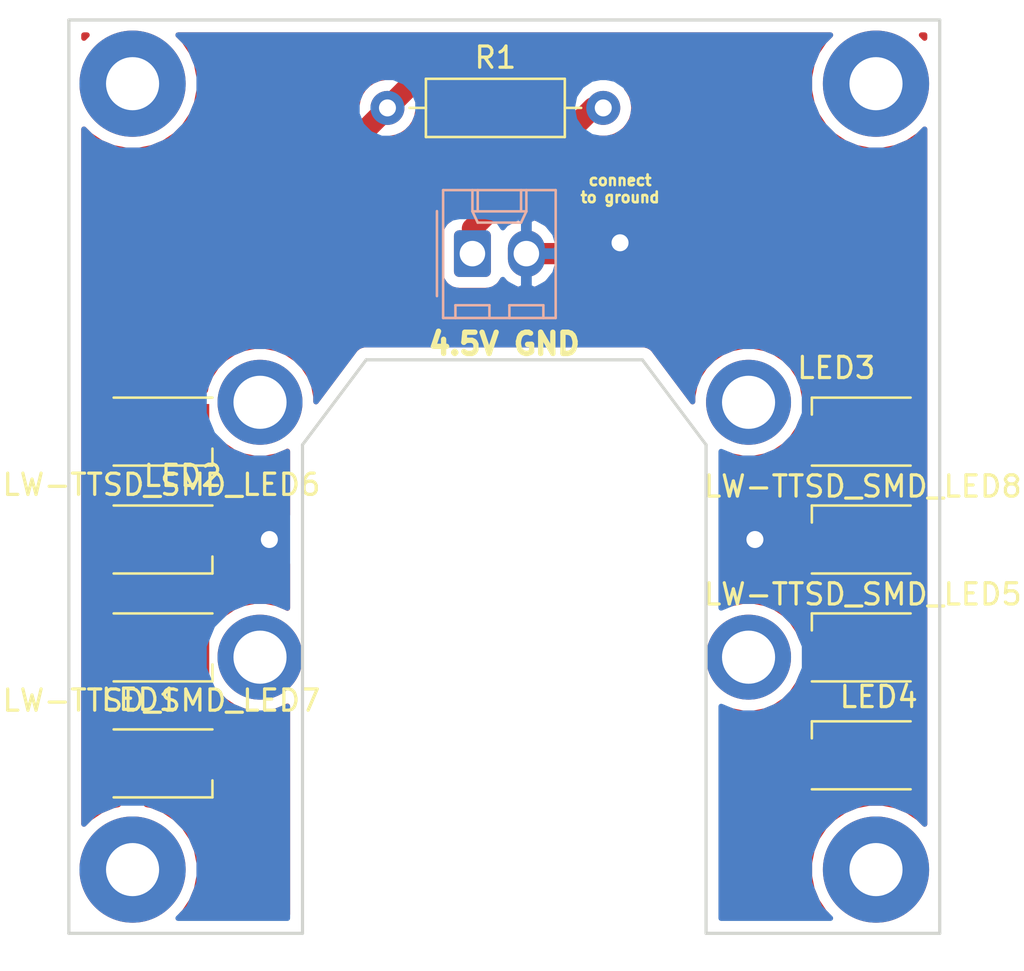
<source format=kicad_pcb>
(kicad_pcb (version 20171130) (host pcbnew "(5.1.0)-1")

  (general
    (thickness 1.6)
    (drawings 12)
    (tracks 22)
    (zones 0)
    (modules 18)
    (nets 4)
  )

  (page A4)
  (layers
    (0 F.Cu signal)
    (31 B.Cu signal)
    (32 B.Adhes user hide)
    (33 F.Adhes user hide)
    (34 B.Paste user hide)
    (35 F.Paste user hide)
    (36 B.SilkS user hide)
    (37 F.SilkS user)
    (38 B.Mask user hide)
    (39 F.Mask user hide)
    (40 Dwgs.User user hide)
    (41 Cmts.User user hide)
    (42 Eco1.User user hide)
    (43 Eco2.User user hide)
    (44 Edge.Cuts user)
    (45 Margin user hide)
    (46 B.CrtYd user hide)
    (47 F.CrtYd user hide)
    (48 B.Fab user hide)
    (49 F.Fab user hide)
  )

  (setup
    (last_trace_width 1)
    (trace_clearance 0.5)
    (zone_clearance 0.508)
    (zone_45_only no)
    (trace_min 0.2)
    (via_size 1.2)
    (via_drill 0.8)
    (via_min_size 0.4)
    (via_min_drill 0.3)
    (uvia_size 0.3)
    (uvia_drill 0.1)
    (uvias_allowed no)
    (uvia_min_size 0.2)
    (uvia_min_drill 0.1)
    (edge_width 0.15)
    (segment_width 0.2)
    (pcb_text_width 0.3)
    (pcb_text_size 1.5 1.5)
    (mod_edge_width 0.15)
    (mod_text_size 1 1)
    (mod_text_width 0.15)
    (pad_size 4 4)
    (pad_drill 2.5)
    (pad_to_mask_clearance 0.051)
    (solder_mask_min_width 0.25)
    (aux_axis_origin 0 0)
    (visible_elements 7FFFEFFF)
    (pcbplotparams
      (layerselection 0x010fc_ffffffff)
      (usegerberextensions false)
      (usegerberattributes false)
      (usegerberadvancedattributes false)
      (creategerberjobfile false)
      (excludeedgelayer true)
      (linewidth 0.100000)
      (plotframeref false)
      (viasonmask false)
      (mode 1)
      (useauxorigin false)
      (hpglpennumber 1)
      (hpglpenspeed 20)
      (hpglpendiameter 15.000000)
      (psnegative false)
      (psa4output false)
      (plotreference true)
      (plotvalue true)
      (plotinvisibletext false)
      (padsonsilk false)
      (subtractmaskfromsilk false)
      (outputformat 1)
      (mirror false)
      (drillshape 1)
      (scaleselection 1)
      (outputdirectory ""))
  )

  (net 0 "")
  (net 1 "Net-(CURRENT_LIMITER_R1-Pad2)")
  (net 2 "Net-(Conn_01x02_Male1-Pad2)")
  (net 3 "Net-(CURRENT_LIMITER_R1-Pad1)")

  (net_class Default "This is the default net class."
    (clearance 0.5)
    (trace_width 1)
    (via_dia 1.2)
    (via_drill 0.8)
    (uvia_dia 0.3)
    (uvia_drill 0.1)
    (add_net "Net-(CURRENT_LIMITER_R1-Pad1)")
    (add_net "Net-(CURRENT_LIMITER_R1-Pad2)")
    (add_net "Net-(Conn_01x02_Male1-Pad2)")
  )

  (module LED_SMD:LED_PLCC-2 (layer F.Cu) (tedit 5C9A2B5A) (tstamp 5C9BC245)
    (at 86.36 124.46 180)
    (descr "LED PLCC-2 SMD package")
    (tags "LED PLCC-2 SMD")
    (path /5C964CBB)
    (attr smd)
    (fp_text reference LED2 (at -1 3 180) (layer F.SilkS)
      (effects (font (size 1 1) (thickness 0.15)))
    )
    (fp_text value 3.2V (at 0 2.5 180) (layer F.Fab) hide
      (effects (font (size 1 1) (thickness 0.15)))
    )
    (fp_circle (center 0 0) (end 0 -1.25) (layer F.Fab) (width 0.1))
    (fp_line (start -1.7 -0.6) (end -0.8 -1.5) (layer F.Fab) (width 0.1))
    (fp_line (start 1.7 1.5) (end 1.7 -1.5) (layer F.Fab) (width 0.1))
    (fp_line (start 1.7 -1.5) (end -1.7 -1.5) (layer F.Fab) (width 0.1))
    (fp_line (start -1.7 -1.5) (end -1.7 1.5) (layer F.Fab) (width 0.1))
    (fp_line (start -1.7 1.5) (end 1.7 1.5) (layer F.Fab) (width 0.1))
    (fp_line (start -2.65 -1.85) (end 2.5 -1.85) (layer F.CrtYd) (width 0.05))
    (fp_line (start 2.5 -1.85) (end 2.5 1.85) (layer F.CrtYd) (width 0.05))
    (fp_line (start 2.5 1.85) (end -2.65 1.85) (layer F.CrtYd) (width 0.05))
    (fp_line (start -2.65 1.85) (end -2.65 -1.85) (layer F.CrtYd) (width 0.05))
    (fp_line (start 2.25 1.6) (end -2.4 1.6) (layer F.SilkS) (width 0.12))
    (fp_line (start 2.25 -1.6) (end -2.4 -1.6) (layer F.SilkS) (width 0.12))
    (fp_line (start -2.4 -1.6) (end -2.4 -0.8) (layer F.SilkS) (width 0.12))
    (fp_text user %R (at 0 0 180) (layer F.Fab)
      (effects (font (size 0.4 0.4) (thickness 0.1)))
    )
    (pad 1 smd rect (at -1.5 0 180) (size 1.5 2.6) (layers F.Cu F.Paste F.Mask)
      (net 2 "Net-(Conn_01x02_Male1-Pad2)"))
    (pad 2 smd rect (at 1.5 0 180) (size 1.5 2.6) (layers F.Cu F.Paste F.Mask)
      (net 3 "Net-(CURRENT_LIMITER_R1-Pad1)"))
    (model ${KISYS3DMOD}/LED_SMD.3dshapes/LED_PLCC-2.wrl
      (at (xyz 0 0 0))
      (scale (xyz 1 1 1))
      (rotate (xyz 0 0 0))
    )
  )

  (module LED_SMD:LED_PLCC-2 (layer F.Cu) (tedit 59959404) (tstamp 5CB00105)
    (at 86.36 119.38 180)
    (descr "LED PLCC-2 SMD package")
    (tags "LED PLCC-2 SMD")
    (path /5CA375F6)
    (attr smd)
    (fp_text reference LW-TTSD_SMD_LED6 (at 0 -2.5 180) (layer F.SilkS)
      (effects (font (size 1 1) (thickness 0.15)))
    )
    (fp_text value 3.2V (at 0 2.5 180) (layer F.Fab)
      (effects (font (size 1 1) (thickness 0.15)))
    )
    (fp_text user %R (at 0 0 180) (layer F.Fab)
      (effects (font (size 0.4 0.4) (thickness 0.1)))
    )
    (fp_line (start -2.4 -1.6) (end -2.4 -0.8) (layer F.SilkS) (width 0.12))
    (fp_line (start 2.25 -1.6) (end -2.4 -1.6) (layer F.SilkS) (width 0.12))
    (fp_line (start 2.25 1.6) (end -2.4 1.6) (layer F.SilkS) (width 0.12))
    (fp_line (start -2.65 1.85) (end -2.65 -1.85) (layer F.CrtYd) (width 0.05))
    (fp_line (start 2.5 1.85) (end -2.65 1.85) (layer F.CrtYd) (width 0.05))
    (fp_line (start 2.5 -1.85) (end 2.5 1.85) (layer F.CrtYd) (width 0.05))
    (fp_line (start -2.65 -1.85) (end 2.5 -1.85) (layer F.CrtYd) (width 0.05))
    (fp_line (start -1.7 1.5) (end 1.7 1.5) (layer F.Fab) (width 0.1))
    (fp_line (start -1.7 -1.5) (end -1.7 1.5) (layer F.Fab) (width 0.1))
    (fp_line (start 1.7 -1.5) (end -1.7 -1.5) (layer F.Fab) (width 0.1))
    (fp_line (start 1.7 1.5) (end 1.7 -1.5) (layer F.Fab) (width 0.1))
    (fp_line (start -1.7 -0.6) (end -0.8 -1.5) (layer F.Fab) (width 0.1))
    (fp_circle (center 0 0) (end 0 -1.25) (layer F.Fab) (width 0.1))
    (pad 2 smd rect (at 1.5 0 180) (size 1.5 2.6) (layers F.Cu F.Paste F.Mask)
      (net 3 "Net-(CURRENT_LIMITER_R1-Pad1)"))
    (pad 1 smd rect (at -1.5 0 180) (size 1.5 2.6) (layers F.Cu F.Paste F.Mask)
      (net 2 "Net-(Conn_01x02_Male1-Pad2)"))
    (model ${KISYS3DMOD}/LED_SMD.3dshapes/LED_PLCC-2.wrl
      (at (xyz 0 0 0))
      (scale (xyz 1 1 1))
      (rotate (xyz 0 0 0))
    )
  )

  (module LED_SMD:LED_PLCC-2 (layer F.Cu) (tedit 59959404) (tstamp 5CB0012D)
    (at 119.38 124.46)
    (descr "LED PLCC-2 SMD package")
    (tags "LED PLCC-2 SMD")
    (path /5CA37664)
    (attr smd)
    (fp_text reference LW-TTSD_SMD_LED8 (at 0 -2.5) (layer F.SilkS)
      (effects (font (size 1 1) (thickness 0.15)))
    )
    (fp_text value 3.2V (at 0 2.5) (layer F.Fab)
      (effects (font (size 1 1) (thickness 0.15)))
    )
    (fp_circle (center 0 0) (end 0 -1.25) (layer F.Fab) (width 0.1))
    (fp_line (start -1.7 -0.6) (end -0.8 -1.5) (layer F.Fab) (width 0.1))
    (fp_line (start 1.7 1.5) (end 1.7 -1.5) (layer F.Fab) (width 0.1))
    (fp_line (start 1.7 -1.5) (end -1.7 -1.5) (layer F.Fab) (width 0.1))
    (fp_line (start -1.7 -1.5) (end -1.7 1.5) (layer F.Fab) (width 0.1))
    (fp_line (start -1.7 1.5) (end 1.7 1.5) (layer F.Fab) (width 0.1))
    (fp_line (start -2.65 -1.85) (end 2.5 -1.85) (layer F.CrtYd) (width 0.05))
    (fp_line (start 2.5 -1.85) (end 2.5 1.85) (layer F.CrtYd) (width 0.05))
    (fp_line (start 2.5 1.85) (end -2.65 1.85) (layer F.CrtYd) (width 0.05))
    (fp_line (start -2.65 1.85) (end -2.65 -1.85) (layer F.CrtYd) (width 0.05))
    (fp_line (start 2.25 1.6) (end -2.4 1.6) (layer F.SilkS) (width 0.12))
    (fp_line (start 2.25 -1.6) (end -2.4 -1.6) (layer F.SilkS) (width 0.12))
    (fp_line (start -2.4 -1.6) (end -2.4 -0.8) (layer F.SilkS) (width 0.12))
    (fp_text user %R (at 0 0) (layer F.Fab)
      (effects (font (size 0.4 0.4) (thickness 0.1)))
    )
    (pad 1 smd rect (at -1.5 0) (size 1.5 2.6) (layers F.Cu F.Paste F.Mask)
      (net 2 "Net-(Conn_01x02_Male1-Pad2)"))
    (pad 2 smd rect (at 1.5 0) (size 1.5 2.6) (layers F.Cu F.Paste F.Mask)
      (net 3 "Net-(CURRENT_LIMITER_R1-Pad1)"))
    (model ${KISYS3DMOD}/LED_SMD.3dshapes/LED_PLCC-2.wrl
      (at (xyz 0 0 0))
      (scale (xyz 1 1 1))
      (rotate (xyz 0 0 0))
    )
  )

  (module Resistor_THT:R_Axial_DIN0207_L6.3mm_D2.5mm_P10.16mm_Horizontal (layer F.Cu) (tedit 5C9A2A68) (tstamp 5C9A1AA4)
    (at 97 104.14)
    (descr "Resistor, Axial_DIN0207 series, Axial, Horizontal, pin pitch=10.16mm, 0.25W = 1/4W, length*diameter=6.3*2.5mm^2, http://cdn-reichelt.de/documents/datenblatt/B400/1_4W%23YAG.pdf")
    (tags "Resistor Axial_DIN0207 series Axial Horizontal pin pitch 10.16mm 0.25W = 1/4W length 6.3mm diameter 2.5mm")
    (path /5C97F861)
    (fp_text reference R1 (at 5.08 -2.37) (layer F.SilkS)
      (effects (font (size 1 1) (thickness 0.15)))
    )
    (fp_text value 16 (at 5.08 2.37) (layer F.Fab)
      (effects (font (size 1 1) (thickness 0.15)))
    )
    (fp_line (start 1.93 -1.25) (end 1.93 1.25) (layer F.Fab) (width 0.1))
    (fp_line (start 1.93 1.25) (end 8.23 1.25) (layer F.Fab) (width 0.1))
    (fp_line (start 8.23 1.25) (end 8.23 -1.25) (layer F.Fab) (width 0.1))
    (fp_line (start 8.23 -1.25) (end 1.93 -1.25) (layer F.Fab) (width 0.1))
    (fp_line (start 0 0) (end 1.93 0) (layer F.Fab) (width 0.1))
    (fp_line (start 10.16 0) (end 8.23 0) (layer F.Fab) (width 0.1))
    (fp_line (start 1.81 -1.37) (end 1.81 1.37) (layer F.SilkS) (width 0.12))
    (fp_line (start 1.81 1.37) (end 8.35 1.37) (layer F.SilkS) (width 0.12))
    (fp_line (start 8.35 1.37) (end 8.35 -1.37) (layer F.SilkS) (width 0.12))
    (fp_line (start 8.35 -1.37) (end 1.81 -1.37) (layer F.SilkS) (width 0.12))
    (fp_line (start 1.04 0) (end 1.81 0) (layer F.SilkS) (width 0.12))
    (fp_line (start 9.12 0) (end 8.35 0) (layer F.SilkS) (width 0.12))
    (fp_line (start -1.05 -1.5) (end -1.05 1.5) (layer F.CrtYd) (width 0.05))
    (fp_line (start -1.05 1.5) (end 11.21 1.5) (layer F.CrtYd) (width 0.05))
    (fp_line (start 11.21 1.5) (end 11.21 -1.5) (layer F.CrtYd) (width 0.05))
    (fp_line (start 11.21 -1.5) (end -1.05 -1.5) (layer F.CrtYd) (width 0.05))
    (fp_text user %R (at 5.08 0) (layer F.Fab)
      (effects (font (size 1 1) (thickness 0.15)))
    )
    (pad 1 thru_hole circle (at 0 0) (size 1.6 1.6) (drill 0.8) (layers *.Cu *.Mask)
      (net 3 "Net-(CURRENT_LIMITER_R1-Pad1)"))
    (pad 2 thru_hole oval (at 10.16 0) (size 1.6 1.6) (drill 0.8) (layers *.Cu *.Mask)
      (net 1 "Net-(CURRENT_LIMITER_R1-Pad2)"))
    (model ${KISYS3DMOD}/Resistor_THT.3dshapes/R_Axial_DIN0207_L6.3mm_D2.5mm_P10.16mm_Horizontal.wrl
      (at (xyz 0 0 0))
      (scale (xyz 1 1 1))
      (rotate (xyz 0 0 0))
    )
  )

  (module LED_SMD:LED_PLCC-2 (layer F.Cu) (tedit 5C9A2B8E) (tstamp 5C9A1ACC)
    (at 119.38 119.38)
    (descr "LED PLCC-2 SMD package")
    (tags "LED PLCC-2 SMD")
    (path /5C97F03B)
    (attr smd)
    (fp_text reference LED3 (at -1.25 -3) (layer F.SilkS)
      (effects (font (size 1 1) (thickness 0.15)))
    )
    (fp_text value 3.2V (at 0 2.5) (layer F.Fab) hide
      (effects (font (size 1 1) (thickness 0.15)))
    )
    (fp_text user %R (at 0 0) (layer F.Fab)
      (effects (font (size 0.4 0.4) (thickness 0.1)))
    )
    (fp_line (start -2.4 -1.6) (end -2.4 -0.8) (layer F.SilkS) (width 0.12))
    (fp_line (start 2.25 -1.6) (end -2.4 -1.6) (layer F.SilkS) (width 0.12))
    (fp_line (start 2.25 1.6) (end -2.4 1.6) (layer F.SilkS) (width 0.12))
    (fp_line (start -2.65 1.85) (end -2.65 -1.85) (layer F.CrtYd) (width 0.05))
    (fp_line (start 2.5 1.85) (end -2.65 1.85) (layer F.CrtYd) (width 0.05))
    (fp_line (start 2.5 -1.85) (end 2.5 1.85) (layer F.CrtYd) (width 0.05))
    (fp_line (start -2.65 -1.85) (end 2.5 -1.85) (layer F.CrtYd) (width 0.05))
    (fp_line (start -1.7 1.5) (end 1.7 1.5) (layer F.Fab) (width 0.1))
    (fp_line (start -1.7 -1.5) (end -1.7 1.5) (layer F.Fab) (width 0.1))
    (fp_line (start 1.7 -1.5) (end -1.7 -1.5) (layer F.Fab) (width 0.1))
    (fp_line (start 1.7 1.5) (end 1.7 -1.5) (layer F.Fab) (width 0.1))
    (fp_line (start -1.7 -0.6) (end -0.8 -1.5) (layer F.Fab) (width 0.1))
    (fp_circle (center 0 0) (end 0 -1.25) (layer F.Fab) (width 0.1))
    (pad 2 smd rect (at 1.5 0) (size 1.5 2.6) (layers F.Cu F.Paste F.Mask)
      (net 3 "Net-(CURRENT_LIMITER_R1-Pad1)"))
    (pad 1 smd rect (at -1.5 0) (size 1.5 2.6) (layers F.Cu F.Paste F.Mask)
      (net 2 "Net-(Conn_01x02_Male1-Pad2)"))
    (model ${KISYS3DMOD}/LED_SMD.3dshapes/LED_PLCC-2.wrl
      (at (xyz 0 0 0))
      (scale (xyz 1 1 1))
      (rotate (xyz 0 0 0))
    )
  )

  (module LED_SMD:LED_PLCC-2 (layer F.Cu) (tedit 5C9A2B68) (tstamp 5C9A1AE0)
    (at 86.36 135 180)
    (descr "LED PLCC-2 SMD package")
    (tags "LED PLCC-2 SMD")
    (path /5C97F075)
    (attr smd)
    (fp_text reference LED1 (at 1 3 180) (layer F.SilkS)
      (effects (font (size 1 1) (thickness 0.15)))
    )
    (fp_text value 3.2V (at 0 2.5 180) (layer F.Fab) hide
      (effects (font (size 1 1) (thickness 0.15)))
    )
    (fp_circle (center 0 0) (end 0 -1.25) (layer F.Fab) (width 0.1))
    (fp_line (start -1.7 -0.6) (end -0.8 -1.5) (layer F.Fab) (width 0.1))
    (fp_line (start 1.7 1.5) (end 1.7 -1.5) (layer F.Fab) (width 0.1))
    (fp_line (start 1.7 -1.5) (end -1.7 -1.5) (layer F.Fab) (width 0.1))
    (fp_line (start -1.7 -1.5) (end -1.7 1.5) (layer F.Fab) (width 0.1))
    (fp_line (start -1.7 1.5) (end 1.7 1.5) (layer F.Fab) (width 0.1))
    (fp_line (start -2.65 -1.85) (end 2.5 -1.85) (layer F.CrtYd) (width 0.05))
    (fp_line (start 2.5 -1.85) (end 2.5 1.85) (layer F.CrtYd) (width 0.05))
    (fp_line (start 2.5 1.85) (end -2.65 1.85) (layer F.CrtYd) (width 0.05))
    (fp_line (start -2.65 1.85) (end -2.65 -1.85) (layer F.CrtYd) (width 0.05))
    (fp_line (start 2.25 1.6) (end -2.4 1.6) (layer F.SilkS) (width 0.12))
    (fp_line (start 2.25 -1.6) (end -2.4 -1.6) (layer F.SilkS) (width 0.12))
    (fp_line (start -2.4 -1.6) (end -2.4 -0.8) (layer F.SilkS) (width 0.12))
    (fp_text user %R (at 0 0 180) (layer F.Fab)
      (effects (font (size 0.4 0.4) (thickness 0.1)))
    )
    (pad 1 smd rect (at -1.5 0 180) (size 1.5 2.6) (layers F.Cu F.Paste F.Mask)
      (net 2 "Net-(Conn_01x02_Male1-Pad2)"))
    (pad 2 smd rect (at 1.5 0 180) (size 1.5 2.6) (layers F.Cu F.Paste F.Mask)
      (net 3 "Net-(CURRENT_LIMITER_R1-Pad1)"))
    (model ${KISYS3DMOD}/LED_SMD.3dshapes/LED_PLCC-2.wrl
      (at (xyz 0 0 0))
      (scale (xyz 1 1 1))
      (rotate (xyz 0 0 0))
    )
  )

  (module Connector_Molex:Molex_KK-254_AE-6410-02A_1x02_P2.54mm_Vertical (layer B.Cu) (tedit 5C9A2A92) (tstamp 5C9A1A8D)
    (at 101 111)
    (descr "Molex KK-254 Interconnect System, old/engineering part number: AE-6410-02A example for new part number: 22-27-2021, 2 Pins (http://www.molex.com/pdm_docs/sd/022272021_sd.pdf), generated with kicad-footprint-generator")
    (tags "connector Molex KK-254 side entry")
    (path /5C98C2BF)
    (fp_text reference "" (at 1.27 4.12) (layer B.SilkS) hide
      (effects (font (size 1 1) (thickness 0.15)) (justify mirror))
    )
    (fp_text value "2mm pitch" (at 1.27 -4.08) (layer B.Fab) hide
      (effects (font (size 1 1) (thickness 0.15)) (justify mirror))
    )
    (fp_line (start -1.27 2.92) (end -1.27 -2.88) (layer B.Fab) (width 0.1))
    (fp_line (start -1.27 -2.88) (end 3.81 -2.88) (layer B.Fab) (width 0.1))
    (fp_line (start 3.81 -2.88) (end 3.81 2.92) (layer B.Fab) (width 0.1))
    (fp_line (start 3.81 2.92) (end -1.27 2.92) (layer B.Fab) (width 0.1))
    (fp_line (start -1.38 3.03) (end -1.38 -2.99) (layer B.SilkS) (width 0.12))
    (fp_line (start -1.38 -2.99) (end 3.92 -2.99) (layer B.SilkS) (width 0.12))
    (fp_line (start 3.92 -2.99) (end 3.92 3.03) (layer B.SilkS) (width 0.12))
    (fp_line (start 3.92 3.03) (end -1.38 3.03) (layer B.SilkS) (width 0.12))
    (fp_line (start -1.67 2) (end -1.67 -2) (layer B.SilkS) (width 0.12))
    (fp_line (start -1.27 0.5) (end -0.562893 0) (layer B.Fab) (width 0.1))
    (fp_line (start -0.562893 0) (end -1.27 -0.5) (layer B.Fab) (width 0.1))
    (fp_line (start 0 -2.99) (end 0 -1.99) (layer B.SilkS) (width 0.12))
    (fp_line (start 0 -1.99) (end 2.54 -1.99) (layer B.SilkS) (width 0.12))
    (fp_line (start 2.54 -1.99) (end 2.54 -2.99) (layer B.SilkS) (width 0.12))
    (fp_line (start 0 -1.99) (end 0.25 -1.46) (layer B.SilkS) (width 0.12))
    (fp_line (start 0.25 -1.46) (end 2.29 -1.46) (layer B.SilkS) (width 0.12))
    (fp_line (start 2.29 -1.46) (end 2.54 -1.99) (layer B.SilkS) (width 0.12))
    (fp_line (start 0.25 -2.99) (end 0.25 -1.99) (layer B.SilkS) (width 0.12))
    (fp_line (start 2.29 -2.99) (end 2.29 -1.99) (layer B.SilkS) (width 0.12))
    (fp_line (start -0.8 3.03) (end -0.8 2.43) (layer B.SilkS) (width 0.12))
    (fp_line (start -0.8 2.43) (end 0.8 2.43) (layer B.SilkS) (width 0.12))
    (fp_line (start 0.8 2.43) (end 0.8 3.03) (layer B.SilkS) (width 0.12))
    (fp_line (start 1.74 3.03) (end 1.74 2.43) (layer B.SilkS) (width 0.12))
    (fp_line (start 1.74 2.43) (end 3.34 2.43) (layer B.SilkS) (width 0.12))
    (fp_line (start 3.34 2.43) (end 3.34 3.03) (layer B.SilkS) (width 0.12))
    (fp_line (start -1.77 3.42) (end -1.77 -3.38) (layer B.CrtYd) (width 0.05))
    (fp_line (start -1.77 -3.38) (end 4.31 -3.38) (layer B.CrtYd) (width 0.05))
    (fp_line (start 4.31 -3.38) (end 4.31 3.42) (layer B.CrtYd) (width 0.05))
    (fp_line (start 4.31 3.42) (end -1.77 3.42) (layer B.CrtYd) (width 0.05))
    (fp_text user %R (at 1.27 2.22) (layer B.Fab)
      (effects (font (size 1 1) (thickness 0.15)) (justify mirror))
    )
    (pad 1 thru_hole roundrect (at 0 0) (size 1.74 2.2) (drill 1.2) (layers *.Cu *.Mask) (roundrect_rratio 0.143678)
      (net 1 "Net-(CURRENT_LIMITER_R1-Pad2)"))
    (pad 2 thru_hole oval (at 2.54 0) (size 1.74 2.2) (drill 1.2) (layers *.Cu *.Mask)
      (net 2 "Net-(Conn_01x02_Male1-Pad2)"))
    (model ${KISYS3DMOD}/Connector_Molex.3dshapes/Molex_KK-254_AE-6410-02A_1x02_P2.54mm_Vertical.wrl
      (at (xyz 0 0 0))
      (scale (xyz 1 1 1))
      (rotate (xyz 0 0 0))
    )
  )

  (module LED_SMD:LED_PLCC-2 (layer F.Cu) (tedit 5C9A2B7D) (tstamp 5C9A1AF4)
    (at 119.38 134.62)
    (descr "LED PLCC-2 SMD package")
    (tags "LED PLCC-2 SMD")
    (path /5C97F0B5)
    (attr smd)
    (fp_text reference LED4 (at 0.75 -2.75) (layer F.SilkS)
      (effects (font (size 1 1) (thickness 0.15)))
    )
    (fp_text value 3.2V (at 0 2.5) (layer F.Fab) hide
      (effects (font (size 1 1) (thickness 0.15)))
    )
    (fp_text user %R (at 0 0) (layer F.Fab)
      (effects (font (size 0.4 0.4) (thickness 0.1)))
    )
    (fp_line (start -2.4 -1.6) (end -2.4 -0.8) (layer F.SilkS) (width 0.12))
    (fp_line (start 2.25 -1.6) (end -2.4 -1.6) (layer F.SilkS) (width 0.12))
    (fp_line (start 2.25 1.6) (end -2.4 1.6) (layer F.SilkS) (width 0.12))
    (fp_line (start -2.65 1.85) (end -2.65 -1.85) (layer F.CrtYd) (width 0.05))
    (fp_line (start 2.5 1.85) (end -2.65 1.85) (layer F.CrtYd) (width 0.05))
    (fp_line (start 2.5 -1.85) (end 2.5 1.85) (layer F.CrtYd) (width 0.05))
    (fp_line (start -2.65 -1.85) (end 2.5 -1.85) (layer F.CrtYd) (width 0.05))
    (fp_line (start -1.7 1.5) (end 1.7 1.5) (layer F.Fab) (width 0.1))
    (fp_line (start -1.7 -1.5) (end -1.7 1.5) (layer F.Fab) (width 0.1))
    (fp_line (start 1.7 -1.5) (end -1.7 -1.5) (layer F.Fab) (width 0.1))
    (fp_line (start 1.7 1.5) (end 1.7 -1.5) (layer F.Fab) (width 0.1))
    (fp_line (start -1.7 -0.6) (end -0.8 -1.5) (layer F.Fab) (width 0.1))
    (fp_circle (center 0 0) (end 0 -1.25) (layer F.Fab) (width 0.1))
    (pad 2 smd rect (at 1.5 0) (size 1.5 2.6) (layers F.Cu F.Paste F.Mask)
      (net 3 "Net-(CURRENT_LIMITER_R1-Pad1)"))
    (pad 1 smd rect (at -1.5 0) (size 1.5 2.6) (layers F.Cu F.Paste F.Mask)
      (net 2 "Net-(Conn_01x02_Male1-Pad2)"))
    (model ${KISYS3DMOD}/LED_SMD.3dshapes/LED_PLCC-2.wrl
      (at (xyz 0 0 0))
      (scale (xyz 1 1 1))
      (rotate (xyz 0 0 0))
    )
  )

  (module MountingHole:MountingHole_2.5mm_Pad (layer F.Cu) (tedit 5C9A2A33) (tstamp 5C9BC278)
    (at 91 130)
    (descr "Mounting Hole 2.5mm")
    (tags "mounting hole 2.5mm")
    (path /5C9A1DFA)
    (attr virtual)
    (fp_text reference H1 (at 0 -3.5) (layer F.SilkS) hide
      (effects (font (size 1 1) (thickness 0.15)))
    )
    (fp_text value MountingHole (at 0 3.5) (layer F.Fab) hide
      (effects (font (size 1 1) (thickness 0.15)))
    )
    (fp_circle (center 0 0) (end 2.75 0) (layer F.CrtYd) (width 0.05))
    (fp_circle (center 0 0) (end 2.5 0) (layer Cmts.User) (width 0.15))
    (fp_text user %R (at 0.3 0) (layer F.Fab)
      (effects (font (size 1 1) (thickness 0.15)))
    )
    (pad 1 thru_hole circle (at 0 0) (size 4 4) (drill 2.5) (layers *.Cu *.Mask))
  )

  (module MountingHole:MountingHole_2.5mm_Pad (layer F.Cu) (tedit 5C9A2A29) (tstamp 5C9A1F03)
    (at 91 118)
    (descr "Mounting Hole 2.5mm")
    (tags "mounting hole 2.5mm")
    (path /5C9A1DC2)
    (attr virtual)
    (fp_text reference H2 (at 0 -3.5) (layer F.SilkS) hide
      (effects (font (size 1 1) (thickness 0.15)))
    )
    (fp_text value MountingHole (at 0 3.5) (layer F.Fab) hide
      (effects (font (size 1 1) (thickness 0.15)))
    )
    (fp_text user %R (at 0.3 0) (layer F.Fab)
      (effects (font (size 1 1) (thickness 0.15)))
    )
    (fp_circle (center 0 0) (end 2.5 0) (layer Cmts.User) (width 0.15))
    (fp_circle (center 0 0) (end 2.75 0) (layer F.CrtYd) (width 0.05))
    (pad 1 thru_hole circle (at 0 0) (size 4 4) (drill 2.5) (layers *.Cu *.Mask))
  )

  (module MountingHole:MountingHole_2.5mm_Pad (layer F.Cu) (tedit 5C9A29FF) (tstamp 5C9A1F0B)
    (at 114 118)
    (descr "Mounting Hole 2.5mm")
    (tags "mounting hole 2.5mm")
    (path /5C9A1CD7)
    (attr virtual)
    (fp_text reference H3 (at 0 -3.5) (layer F.SilkS) hide
      (effects (font (size 1 1) (thickness 0.15)))
    )
    (fp_text value MountingHole (at 0 3.5) (layer F.Fab) hide
      (effects (font (size 1 1) (thickness 0.15)))
    )
    (fp_text user %R (at 0.3 0) (layer F.Fab)
      (effects (font (size 1 1) (thickness 0.15)))
    )
    (fp_circle (center 0 0) (end 2.5 0) (layer Cmts.User) (width 0.15))
    (fp_circle (center 0 0) (end 2.75 0) (layer F.CrtYd) (width 0.05))
    (pad 1 thru_hole circle (at 0 0) (size 4 4) (drill 2.5) (layers *.Cu *.Mask))
  )

  (module MountingHole:MountingHole_2.5mm_Pad (layer F.Cu) (tedit 5C9A2A19) (tstamp 5C9A1F13)
    (at 114 130)
    (descr "Mounting Hole 2.5mm")
    (tags "mounting hole 2.5mm")
    (path /5C9A1D07)
    (attr virtual)
    (fp_text reference H4 (at 0 -3.5) (layer F.SilkS) hide
      (effects (font (size 1 1) (thickness 0.15)))
    )
    (fp_text value MountingHole (at 0 3.5) (layer F.Fab) hide
      (effects (font (size 1 1) (thickness 0.15)))
    )
    (fp_circle (center 0 0) (end 2.75 0) (layer F.CrtYd) (width 0.05))
    (fp_circle (center 0 0) (end 2.5 0) (layer Cmts.User) (width 0.15))
    (fp_text user %R (at 0.3 0) (layer F.Fab)
      (effects (font (size 1 1) (thickness 0.15)))
    )
    (pad 1 thru_hole circle (at 0 0) (size 4 4) (drill 2.5) (layers *.Cu *.Mask))
  )

  (module MountingHole:MountingHole_2.5mm_Pad (layer F.Cu) (tedit 5C9A2A0F) (tstamp 5C9A1F1B)
    (at 120 140)
    (descr "Mounting Hole 2.5mm")
    (tags "mounting hole 2.5mm")
    (path /5C9A1CA5)
    (attr virtual)
    (fp_text reference H5 (at 0 -3.5) (layer F.SilkS) hide
      (effects (font (size 1 1) (thickness 0.15)))
    )
    (fp_text value MountingHole (at 0 3.5) (layer F.Fab) hide
      (effects (font (size 1 1) (thickness 0.15)))
    )
    (fp_circle (center 0 0) (end 2.75 0) (layer F.CrtYd) (width 0.05))
    (fp_circle (center 0 0) (end 2.5 0) (layer Cmts.User) (width 0.15))
    (fp_text user %R (at 0.3 0) (layer F.Fab)
      (effects (font (size 1 1) (thickness 0.15)))
    )
    (pad 1 thru_hole circle (at 0 0) (size 5 5) (drill 2.5) (layers *.Cu *.Mask))
  )

  (module MountingHole:MountingHole_2.5mm_Pad (layer F.Cu) (tedit 5C9A29F6) (tstamp 5C9A1F23)
    (at 120 103)
    (descr "Mounting Hole 2.5mm")
    (tags "mounting hole 2.5mm")
    (path /5C9A1C3F)
    (attr virtual)
    (fp_text reference H6 (at 0 -3.5) (layer F.SilkS) hide
      (effects (font (size 1 1) (thickness 0.15)))
    )
    (fp_text value MountingHole (at 0 3.5) (layer F.Fab) hide
      (effects (font (size 1 1) (thickness 0.15)))
    )
    (fp_circle (center 0 0) (end 2.75 0) (layer F.CrtYd) (width 0.05))
    (fp_circle (center 0 0) (end 2.5 0) (layer Cmts.User) (width 0.15))
    (fp_text user %R (at 0.3 0) (layer F.Fab)
      (effects (font (size 1 1) (thickness 0.15)))
    )
    (pad 1 thru_hole circle (at 0 0) (size 5 5) (drill 2.5) (layers *.Cu *.Mask))
  )

  (module MountingHole:MountingHole_2.5mm_Pad (layer F.Cu) (tedit 5C9A2A4D) (tstamp 5C9A1F2B)
    (at 85 103)
    (descr "Mounting Hole 2.5mm")
    (tags "mounting hole 2.5mm")
    (path /5C9A16B0)
    (attr virtual)
    (fp_text reference H7 (at 0 -3.5) (layer F.SilkS) hide
      (effects (font (size 1 1) (thickness 0.15)))
    )
    (fp_text value MountingHole (at 0 3.5) (layer F.Fab) hide
      (effects (font (size 1 1) (thickness 0.15)))
    )
    (fp_text user %R (at 0.3 0) (layer F.Fab)
      (effects (font (size 1 1) (thickness 0.15)))
    )
    (fp_circle (center 0 0) (end 2.5 0) (layer Cmts.User) (width 0.15))
    (fp_circle (center 0 0) (end 2.75 0) (layer F.CrtYd) (width 0.05))
    (pad 1 thru_hole circle (at 0 0) (size 5 5) (drill 2.5) (layers *.Cu *.Mask))
  )

  (module MountingHole:MountingHole_2.5mm_Pad (layer F.Cu) (tedit 5C9A2A3D) (tstamp 5C9A1F33)
    (at 85 140)
    (descr "Mounting Hole 2.5mm")
    (tags "mounting hole 2.5mm")
    (path /5C9A1C69)
    (attr virtual)
    (fp_text reference H8 (at 0 -3.5) (layer F.SilkS) hide
      (effects (font (size 1 1) (thickness 0.15)))
    )
    (fp_text value MountingHole (at 0 3.5) (layer F.Fab) hide
      (effects (font (size 1 1) (thickness 0.15)))
    )
    (fp_text user %R (at 0.3 0) (layer F.Fab)
      (effects (font (size 1 1) (thickness 0.15)))
    )
    (fp_circle (center 0 0) (end 2.5 0) (layer Cmts.User) (width 0.15))
    (fp_circle (center 0 0) (end 2.75 0) (layer F.CrtYd) (width 0.05))
    (pad 1 thru_hole circle (at 0 0) (size 5 5) (drill 2.5) (layers *.Cu *.Mask))
  )

  (module LED_SMD:LED_PLCC-2 (layer F.Cu) (tedit 59959404) (tstamp 5CB000F1)
    (at 119.38 129.54)
    (descr "LED PLCC-2 SMD package")
    (tags "LED PLCC-2 SMD")
    (path /5CA375C0)
    (attr smd)
    (fp_text reference LW-TTSD_SMD_LED5 (at 0 -2.5) (layer F.SilkS)
      (effects (font (size 1 1) (thickness 0.15)))
    )
    (fp_text value 3.2V (at 0 2.5) (layer F.Fab)
      (effects (font (size 1 1) (thickness 0.15)))
    )
    (fp_circle (center 0 0) (end 0 -1.25) (layer F.Fab) (width 0.1))
    (fp_line (start -1.7 -0.6) (end -0.8 -1.5) (layer F.Fab) (width 0.1))
    (fp_line (start 1.7 1.5) (end 1.7 -1.5) (layer F.Fab) (width 0.1))
    (fp_line (start 1.7 -1.5) (end -1.7 -1.5) (layer F.Fab) (width 0.1))
    (fp_line (start -1.7 -1.5) (end -1.7 1.5) (layer F.Fab) (width 0.1))
    (fp_line (start -1.7 1.5) (end 1.7 1.5) (layer F.Fab) (width 0.1))
    (fp_line (start -2.65 -1.85) (end 2.5 -1.85) (layer F.CrtYd) (width 0.05))
    (fp_line (start 2.5 -1.85) (end 2.5 1.85) (layer F.CrtYd) (width 0.05))
    (fp_line (start 2.5 1.85) (end -2.65 1.85) (layer F.CrtYd) (width 0.05))
    (fp_line (start -2.65 1.85) (end -2.65 -1.85) (layer F.CrtYd) (width 0.05))
    (fp_line (start 2.25 1.6) (end -2.4 1.6) (layer F.SilkS) (width 0.12))
    (fp_line (start 2.25 -1.6) (end -2.4 -1.6) (layer F.SilkS) (width 0.12))
    (fp_line (start -2.4 -1.6) (end -2.4 -0.8) (layer F.SilkS) (width 0.12))
    (fp_text user %R (at 0 0) (layer F.Fab)
      (effects (font (size 0.4 0.4) (thickness 0.1)))
    )
    (pad 1 smd rect (at -1.5 0) (size 1.5 2.6) (layers F.Cu F.Paste F.Mask)
      (net 2 "Net-(Conn_01x02_Male1-Pad2)"))
    (pad 2 smd rect (at 1.5 0) (size 1.5 2.6) (layers F.Cu F.Paste F.Mask)
      (net 3 "Net-(CURRENT_LIMITER_R1-Pad1)"))
    (model ${KISYS3DMOD}/LED_SMD.3dshapes/LED_PLCC-2.wrl
      (at (xyz 0 0 0))
      (scale (xyz 1 1 1))
      (rotate (xyz 0 0 0))
    )
  )

  (module LED_SMD:LED_PLCC-2 (layer F.Cu) (tedit 59959404) (tstamp 5CB00119)
    (at 86.36 129.54 180)
    (descr "LED PLCC-2 SMD package")
    (tags "LED PLCC-2 SMD")
    (path /5CA3762C)
    (attr smd)
    (fp_text reference LW-TTSD_SMD_LED7 (at 0 -2.5 180) (layer F.SilkS)
      (effects (font (size 1 1) (thickness 0.15)))
    )
    (fp_text value 3.2V (at 0 2.5 180) (layer F.Fab)
      (effects (font (size 1 1) (thickness 0.15)))
    )
    (fp_circle (center 0 0) (end 0 -1.25) (layer F.Fab) (width 0.1))
    (fp_line (start -1.7 -0.6) (end -0.8 -1.5) (layer F.Fab) (width 0.1))
    (fp_line (start 1.7 1.5) (end 1.7 -1.5) (layer F.Fab) (width 0.1))
    (fp_line (start 1.7 -1.5) (end -1.7 -1.5) (layer F.Fab) (width 0.1))
    (fp_line (start -1.7 -1.5) (end -1.7 1.5) (layer F.Fab) (width 0.1))
    (fp_line (start -1.7 1.5) (end 1.7 1.5) (layer F.Fab) (width 0.1))
    (fp_line (start -2.65 -1.85) (end 2.5 -1.85) (layer F.CrtYd) (width 0.05))
    (fp_line (start 2.5 -1.85) (end 2.5 1.85) (layer F.CrtYd) (width 0.05))
    (fp_line (start 2.5 1.85) (end -2.65 1.85) (layer F.CrtYd) (width 0.05))
    (fp_line (start -2.65 1.85) (end -2.65 -1.85) (layer F.CrtYd) (width 0.05))
    (fp_line (start 2.25 1.6) (end -2.4 1.6) (layer F.SilkS) (width 0.12))
    (fp_line (start 2.25 -1.6) (end -2.4 -1.6) (layer F.SilkS) (width 0.12))
    (fp_line (start -2.4 -1.6) (end -2.4 -0.8) (layer F.SilkS) (width 0.12))
    (fp_text user %R (at 0 0 180) (layer F.Fab)
      (effects (font (size 0.4 0.4) (thickness 0.1)))
    )
    (pad 1 smd rect (at -1.5 0 180) (size 1.5 2.6) (layers F.Cu F.Paste F.Mask)
      (net 2 "Net-(Conn_01x02_Male1-Pad2)"))
    (pad 2 smd rect (at 1.5 0 180) (size 1.5 2.6) (layers F.Cu F.Paste F.Mask)
      (net 3 "Net-(CURRENT_LIMITER_R1-Pad1)"))
    (model ${KISYS3DMOD}/LED_SMD.3dshapes/LED_PLCC-2.wrl
      (at (xyz 0 0 0))
      (scale (xyz 1 1 1))
      (rotate (xyz 0 0 0))
    )
  )

  (gr_text "connect\nto ground" (at 107.95 107.95) (layer F.SilkS)
    (effects (font (size 0.5 0.5) (thickness 0.125)))
  )
  (gr_text "4.5V GND" (at 102.5 115.25) (layer F.SilkS)
    (effects (font (size 1 1) (thickness 0.25)))
  )
  (gr_line (start 109 116) (end 112 120) (layer Edge.Cuts) (width 0.15))
  (gr_line (start 96 116) (end 109 116) (layer Edge.Cuts) (width 0.15))
  (gr_line (start 93 120) (end 96 116) (layer Edge.Cuts) (width 0.15))
  (gr_line (start 112 143) (end 123 143) (layer Edge.Cuts) (width 0.15))
  (gr_line (start 112 120) (end 112 143) (layer Edge.Cuts) (width 0.15))
  (gr_line (start 93 143) (end 93 120) (layer Edge.Cuts) (width 0.15))
  (gr_line (start 82 143) (end 93 143) (layer Edge.Cuts) (width 0.15))
  (gr_line (start 82 100) (end 82 143) (layer Edge.Cuts) (width 0.15) (tstamp 5C9BC26C))
  (gr_line (start 123 100) (end 82 100) (layer Edge.Cuts) (width 0.15))
  (gr_line (start 123 143) (end 123 100) (layer Edge.Cuts) (width 0.15))

  (segment (start 106.68 104.14) (end 107.16 104.14) (width 0.5) (layer F.Cu) (net 1))
  (segment (start 101 111) (end 101 109.82) (width 0.5) (layer F.Cu) (net 1))
  (segment (start 101 109.82) (end 106.68 104.14) (width 1) (layer F.Cu) (net 1))
  (via (at 91.44 124.46) (size 1.6) (drill 0.8) (layers F.Cu B.Cu) (net 2))
  (segment (start 87.86 124.46) (end 91.44 124.46) (width 1) (layer F.Cu) (net 2))
  (via (at 114.3 124.46) (size 1.6) (drill 0.8) (layers F.Cu B.Cu) (net 2))
  (segment (start 114.76 124) (end 114.3 124.46) (width 1) (layer F.Cu) (net 2))
  (segment (start 114.76 124) (end 117.88 124) (width 1) (layer F.Cu) (net 2))
  (via (at 107.95 110.49) (size 1.6) (drill 0.8) (layers F.Cu B.Cu) (net 2))
  (segment (start 103.54 111) (end 107.44 111) (width 1) (layer F.Cu) (net 2))
  (segment (start 107.44 111) (end 107.95 110.49) (width 1) (layer F.Cu) (net 2))
  (segment (start 87.86 135) (end 87.86 129.54) (width 1) (layer F.Cu) (net 2))
  (segment (start 87.86 129.54) (end 87.86 119.38) (width 1) (layer F.Cu) (net 2))
  (segment (start 117.88 119.38) (end 117.88 134.62) (width 1) (layer F.Cu) (net 2))
  (segment (start 120.88 124) (end 120.88 134.62) (width 1) (layer F.Cu) (net 3))
  (segment (start 120.88 113.26) (end 120.88 124) (width 1) (layer F.Cu) (net 3))
  (segment (start 109.7 102.08) (end 120.88 113.26) (width 1) (layer F.Cu) (net 3))
  (segment (start 97 104.14) (end 99.06 102.08) (width 1) (layer F.Cu) (net 3))
  (segment (start 99.06 102.08) (end 109.7 102.08) (width 1) (layer F.Cu) (net 3))
  (segment (start 84.86 135) (end 84.86 119.38) (width 1) (layer F.Cu) (net 3))
  (segment (start 84.86 116.28) (end 97 104.14) (width 1) (layer F.Cu) (net 3))
  (segment (start 84.86 119.38) (end 84.86 116.28) (width 1) (layer F.Cu) (net 3))

  (zone (net 2) (net_name "Net-(Conn_01x02_Male1-Pad2)") (layer B.Cu) (tstamp 0) (hatch edge 0.508)
    (connect_pads (clearance 0.508))
    (min_thickness 0.254)
    (fill yes (arc_segments 16) (thermal_gap 0.508) (thermal_bridge_width 0.508))
    (polygon
      (pts
        (xy 81.28 99.06) (xy 124.46 99.06) (xy 124.46 144.78) (xy 111.76 144.78) (xy 111.76 119.38)
        (xy 109.22 116.84) (xy 96.52 116.84) (xy 93.98 119.38) (xy 93.98 144.78) (xy 81.28 144.78)
      )
    )
    (filled_polygon
      (pts
        (xy 117.342276 101.224165) (xy 116.865 102.37641) (xy 116.865 103.62359) (xy 117.342276 104.775835) (xy 118.224165 105.657724)
        (xy 119.37641 106.135) (xy 120.62359 106.135) (xy 121.775835 105.657724) (xy 122.290001 105.143558) (xy 122.29 137.856441)
        (xy 121.775835 137.342276) (xy 120.62359 136.865) (xy 119.37641 136.865) (xy 118.224165 137.342276) (xy 117.342276 138.224165)
        (xy 116.865 139.37641) (xy 116.865 140.62359) (xy 117.342276 141.775835) (xy 117.856441 142.29) (xy 112.71 142.29)
        (xy 112.71 132.317768) (xy 113.475866 132.635) (xy 114.524134 132.635) (xy 115.492608 132.233845) (xy 116.233845 131.492608)
        (xy 116.635 130.524134) (xy 116.635 129.475866) (xy 116.233845 128.507392) (xy 115.492608 127.766155) (xy 114.524134 127.365)
        (xy 113.475866 127.365) (xy 112.71 127.682232) (xy 112.71 120.317768) (xy 113.475866 120.635) (xy 114.524134 120.635)
        (xy 115.492608 120.233845) (xy 116.233845 119.492608) (xy 116.635 118.524134) (xy 116.635 117.475866) (xy 116.233845 116.507392)
        (xy 115.492608 115.766155) (xy 114.524134 115.365) (xy 113.475866 115.365) (xy 112.507392 115.766155) (xy 111.766155 116.507392)
        (xy 111.365 117.475866) (xy 111.365 117.970001) (xy 109.579603 115.589472) (xy 109.511881 115.488119) (xy 109.436406 115.437688)
        (xy 109.368827 115.377095) (xy 109.320036 115.359932) (xy 109.277028 115.331195) (xy 109.187999 115.313486) (xy 109.102376 115.283367)
        (xy 108.980686 115.29) (xy 96.019314 115.29) (xy 95.897623 115.283367) (xy 95.811999 115.313487) (xy 95.722972 115.331195)
        (xy 95.679965 115.359931) (xy 95.631172 115.377095) (xy 95.56359 115.437691) (xy 95.488119 115.488119) (xy 95.420405 115.58946)
        (xy 93.635 117.970001) (xy 93.635 117.475866) (xy 93.233845 116.507392) (xy 92.492608 115.766155) (xy 91.524134 115.365)
        (xy 90.475866 115.365) (xy 89.507392 115.766155) (xy 88.766155 116.507392) (xy 88.365 117.475866) (xy 88.365 118.524134)
        (xy 88.766155 119.492608) (xy 89.507392 120.233845) (xy 90.475866 120.635) (xy 91.524134 120.635) (xy 92.290001 120.317768)
        (xy 92.290001 127.682232) (xy 91.524134 127.365) (xy 90.475866 127.365) (xy 89.507392 127.766155) (xy 88.766155 128.507392)
        (xy 88.365 129.475866) (xy 88.365 130.524134) (xy 88.766155 131.492608) (xy 89.507392 132.233845) (xy 90.475866 132.635)
        (xy 91.524134 132.635) (xy 92.29 132.317768) (xy 92.29 142.29) (xy 87.143559 142.29) (xy 87.657724 141.775835)
        (xy 88.135 140.62359) (xy 88.135 139.37641) (xy 87.657724 138.224165) (xy 86.775835 137.342276) (xy 85.62359 136.865)
        (xy 84.37641 136.865) (xy 83.224165 137.342276) (xy 82.71 137.856441) (xy 82.71 110.149999) (xy 99.48256 110.149999)
        (xy 99.48256 111.850001) (xy 99.550873 112.193436) (xy 99.745414 112.484586) (xy 100.036564 112.679127) (xy 100.379999 112.74744)
        (xy 101.620001 112.74744) (xy 101.963436 112.679127) (xy 102.254586 112.484586) (xy 102.431737 112.219462) (xy 102.569509 112.390533)
        (xy 103.0875 112.673584) (xy 103.179969 112.691302) (xy 103.413 112.570246) (xy 103.413 111.127) (xy 103.667 111.127)
        (xy 103.667 112.570246) (xy 103.900031 112.691302) (xy 103.9925 112.673584) (xy 104.510491 112.390533) (xy 104.880734 111.930802)
        (xy 105.046862 111.36438) (xy 104.890582 111.127) (xy 103.667 111.127) (xy 103.413 111.127) (xy 103.393 111.127)
        (xy 103.393 110.873) (xy 103.413 110.873) (xy 103.413 109.429754) (xy 103.667 109.429754) (xy 103.667 110.873)
        (xy 104.890582 110.873) (xy 105.046862 110.63562) (xy 104.880734 110.069198) (xy 104.510491 109.609467) (xy 103.9925 109.326416)
        (xy 103.900031 109.308698) (xy 103.667 109.429754) (xy 103.413 109.429754) (xy 103.179969 109.308698) (xy 103.0875 109.326416)
        (xy 102.569509 109.609467) (xy 102.431737 109.780538) (xy 102.254586 109.515414) (xy 101.963436 109.320873) (xy 101.620001 109.25256)
        (xy 100.379999 109.25256) (xy 100.036564 109.320873) (xy 99.745414 109.515414) (xy 99.550873 109.806564) (xy 99.48256 110.149999)
        (xy 82.71 110.149999) (xy 82.71 105.143559) (xy 83.224165 105.657724) (xy 84.37641 106.135) (xy 85.62359 106.135)
        (xy 86.775835 105.657724) (xy 87.657724 104.775835) (xy 88.039328 103.854561) (xy 95.565 103.854561) (xy 95.565 104.425439)
        (xy 95.783466 104.952862) (xy 96.187138 105.356534) (xy 96.714561 105.575) (xy 97.285439 105.575) (xy 97.812862 105.356534)
        (xy 98.216534 104.952862) (xy 98.435 104.425439) (xy 98.435 104.14) (xy 105.696887 104.14) (xy 105.80826 104.699909)
        (xy 106.125423 105.174577) (xy 106.600091 105.49174) (xy 107.018667 105.575) (xy 107.301333 105.575) (xy 107.719909 105.49174)
        (xy 108.194577 105.174577) (xy 108.51174 104.699909) (xy 108.623113 104.14) (xy 108.51174 103.580091) (xy 108.194577 103.105423)
        (xy 107.719909 102.78826) (xy 107.301333 102.705) (xy 107.018667 102.705) (xy 106.600091 102.78826) (xy 106.125423 103.105423)
        (xy 105.80826 103.580091) (xy 105.696887 104.14) (xy 98.435 104.14) (xy 98.435 103.854561) (xy 98.216534 103.327138)
        (xy 97.812862 102.923466) (xy 97.285439 102.705) (xy 96.714561 102.705) (xy 96.187138 102.923466) (xy 95.783466 103.327138)
        (xy 95.565 103.854561) (xy 88.039328 103.854561) (xy 88.135 103.62359) (xy 88.135 102.37641) (xy 87.657724 101.224165)
        (xy 87.143559 100.71) (xy 117.856441 100.71)
      )
    )
  )
  (zone (net 0) (net_name "") (layer F.Cu) (tstamp 0) (hatch edge 0.508)
    (connect_pads (clearance 0.508))
    (min_thickness 0.254)
    (fill yes (arc_segments 32) (thermal_gap 0.508) (thermal_bridge_width 0.508))
    (polygon
      (pts
        (xy 82.55 100.33) (xy 82.55 142.24) (xy 92.71 142.24) (xy 92.71 119.38) (xy 96.52 115.57)
        (xy 109.22 115.57) (xy 113.03 120.65) (xy 113.03 142.24) (xy 123.19 142.24) (xy 123.19 100.33)
      )
    )
    (filled_polygon
      (pts
        (xy 117.564886 101.001554) (xy 117.221799 101.515021) (xy 116.985476 102.085554) (xy 116.865 102.691229) (xy 116.865 103.308771)
        (xy 116.985476 103.914446) (xy 117.221799 104.484979) (xy 117.564886 104.998446) (xy 118.001554 105.435114) (xy 118.515021 105.778201)
        (xy 119.085554 106.014524) (xy 119.691229 106.135) (xy 120.308771 106.135) (xy 120.914446 106.014524) (xy 121.484979 105.778201)
        (xy 121.998446 105.435114) (xy 122.290001 105.143559) (xy 122.29 137.85644) (xy 121.998446 137.564886) (xy 121.484979 137.221799)
        (xy 120.914446 136.985476) (xy 120.308771 136.865) (xy 119.691229 136.865) (xy 119.085554 136.985476) (xy 118.515021 137.221799)
        (xy 118.001554 137.564886) (xy 117.564886 138.001554) (xy 117.221799 138.515021) (xy 116.985476 139.085554) (xy 116.865 139.691229)
        (xy 116.865 140.308771) (xy 116.985476 140.914446) (xy 117.221799 141.484979) (xy 117.564886 141.998446) (xy 117.67944 142.113)
        (xy 113.157 142.113) (xy 113.157 132.502922) (xy 113.231399 132.533739) (xy 113.740475 132.635) (xy 114.259525 132.635)
        (xy 114.768601 132.533739) (xy 115.248141 132.335107) (xy 115.679715 132.046738) (xy 116.046738 131.679715) (xy 116.335107 131.248141)
        (xy 116.494279 130.863867) (xy 116.504188 130.964482) (xy 116.540498 131.08418) (xy 116.599463 131.194494) (xy 116.678815 131.291185)
        (xy 116.745001 131.345502) (xy 116.745001 132.814498) (xy 116.678815 132.868815) (xy 116.599463 132.965506) (xy 116.540498 133.07582)
        (xy 116.504188 133.195518) (xy 116.491928 133.32) (xy 116.491928 135.92) (xy 116.504188 136.044482) (xy 116.540498 136.16418)
        (xy 116.599463 136.274494) (xy 116.678815 136.371185) (xy 116.775506 136.450537) (xy 116.88582 136.509502) (xy 117.005518 136.545812)
        (xy 117.13 136.558072) (xy 118.63 136.558072) (xy 118.754482 136.545812) (xy 118.87418 136.509502) (xy 118.984494 136.450537)
        (xy 119.081185 136.371185) (xy 119.160537 136.274494) (xy 119.219502 136.16418) (xy 119.255812 136.044482) (xy 119.268072 135.92)
        (xy 119.268072 133.32) (xy 119.255812 133.195518) (xy 119.219502 133.07582) (xy 119.160537 132.965506) (xy 119.081185 132.868815)
        (xy 119.015 132.814499) (xy 119.015 131.345501) (xy 119.081185 131.291185) (xy 119.160537 131.194494) (xy 119.219502 131.08418)
        (xy 119.255812 130.964482) (xy 119.268072 130.84) (xy 119.268072 128.24) (xy 119.255812 128.115518) (xy 119.219502 127.99582)
        (xy 119.160537 127.885506) (xy 119.081185 127.788815) (xy 119.015 127.734499) (xy 119.015 126.265501) (xy 119.081185 126.211185)
        (xy 119.160537 126.114494) (xy 119.219502 126.00418) (xy 119.255812 125.884482) (xy 119.268072 125.76) (xy 119.268072 123.16)
        (xy 119.255812 123.035518) (xy 119.219502 122.91582) (xy 119.160537 122.805506) (xy 119.081185 122.708815) (xy 119.015 122.654499)
        (xy 119.015 121.185501) (xy 119.081185 121.131185) (xy 119.160537 121.034494) (xy 119.219502 120.92418) (xy 119.255812 120.804482)
        (xy 119.268072 120.68) (xy 119.268072 118.08) (xy 119.255812 117.955518) (xy 119.219502 117.83582) (xy 119.160537 117.725506)
        (xy 119.081185 117.628815) (xy 118.984494 117.549463) (xy 118.87418 117.490498) (xy 118.754482 117.454188) (xy 118.63 117.441928)
        (xy 117.13 117.441928) (xy 117.005518 117.454188) (xy 116.88582 117.490498) (xy 116.775506 117.549463) (xy 116.678815 117.628815)
        (xy 116.62567 117.693572) (xy 116.533739 117.231399) (xy 116.335107 116.751859) (xy 116.046738 116.320285) (xy 115.679715 115.953262)
        (xy 115.248141 115.664893) (xy 114.768601 115.466261) (xy 114.259525 115.365) (xy 113.740475 115.365) (xy 113.231399 115.466261)
        (xy 112.751859 115.664893) (xy 112.320285 115.953262) (xy 111.953262 116.320285) (xy 111.664893 116.751859) (xy 111.466261 117.231399)
        (xy 111.365 117.740475) (xy 111.365 117.97) (xy 109.600575 115.617436) (xy 109.5932 115.603637) (xy 109.558673 115.561565)
        (xy 109.547073 115.546099) (xy 109.536584 115.53465) (xy 109.504475 115.495525) (xy 109.489421 115.483171) (xy 109.476271 115.468817)
        (xy 109.435481 115.438904) (xy 109.396363 115.4068) (xy 109.379186 115.397619) (xy 109.36349 115.386108) (xy 109.317651 115.364728)
        (xy 109.27302 115.340872) (xy 109.254385 115.335219) (xy 109.236742 115.32699) (xy 109.187605 115.314962) (xy 109.139184 115.300273)
        (xy 109.119805 115.298364) (xy 109.100894 115.293735) (xy 109.050352 115.291524) (xy 109.034877 115.29) (xy 109.01551 115.29)
        (xy 108.961171 115.287623) (xy 108.945718 115.29) (xy 96.054282 115.29) (xy 96.038829 115.287623) (xy 95.984489 115.29)
        (xy 95.965123 115.29) (xy 95.949648 115.291524) (xy 95.899105 115.293735) (xy 95.880193 115.298365) (xy 95.860816 115.300273)
        (xy 95.812399 115.31496) (xy 95.763257 115.32699) (xy 95.745612 115.33522) (xy 95.72698 115.340872) (xy 95.682356 115.364724)
        (xy 95.636509 115.386108) (xy 95.620811 115.39762) (xy 95.603637 115.4068) (xy 95.564527 115.438897) (xy 95.523728 115.468817)
        (xy 95.510575 115.483174) (xy 95.495525 115.495525) (xy 95.463425 115.534639) (xy 95.452926 115.546099) (xy 95.441316 115.561579)
        (xy 95.4068 115.603637) (xy 95.399427 115.617431) (xy 93.635 117.970001) (xy 93.635 117.740475) (xy 93.533739 117.231399)
        (xy 93.335107 116.751859) (xy 93.046738 116.320285) (xy 92.679715 115.953262) (xy 92.248141 115.664893) (xy 91.768601 115.466261)
        (xy 91.259525 115.365) (xy 90.740475 115.365) (xy 90.231399 115.466261) (xy 89.751859 115.664893) (xy 89.320285 115.953262)
        (xy 88.953262 116.320285) (xy 88.664893 116.751859) (xy 88.466261 117.231399) (xy 88.424384 117.441928) (xy 87.11 117.441928)
        (xy 86.985518 117.454188) (xy 86.86582 117.490498) (xy 86.755506 117.549463) (xy 86.658815 117.628815) (xy 86.579463 117.725506)
        (xy 86.520498 117.83582) (xy 86.484188 117.955518) (xy 86.471928 118.08) (xy 86.471928 120.68) (xy 86.484188 120.804482)
        (xy 86.520498 120.92418) (xy 86.579463 121.034494) (xy 86.658815 121.131185) (xy 86.725001 121.185502) (xy 86.725001 122.654498)
        (xy 86.658815 122.708815) (xy 86.579463 122.805506) (xy 86.520498 122.91582) (xy 86.484188 123.035518) (xy 86.471928 123.16)
        (xy 86.471928 125.76) (xy 86.484188 125.884482) (xy 86.520498 126.00418) (xy 86.579463 126.114494) (xy 86.658815 126.211185)
        (xy 86.725 126.265502) (xy 86.725 127.734498) (xy 86.658815 127.788815) (xy 86.579463 127.885506) (xy 86.520498 127.99582)
        (xy 86.484188 128.115518) (xy 86.471928 128.24) (xy 86.471928 130.84) (xy 86.484188 130.964482) (xy 86.520498 131.08418)
        (xy 86.579463 131.194494) (xy 86.658815 131.291185) (xy 86.725001 131.345502) (xy 86.725 133.194498) (xy 86.658815 133.248815)
        (xy 86.579463 133.345506) (xy 86.520498 133.45582) (xy 86.484188 133.575518) (xy 86.471928 133.7) (xy 86.471928 136.3)
        (xy 86.484188 136.424482) (xy 86.520498 136.54418) (xy 86.579463 136.654494) (xy 86.658815 136.751185) (xy 86.755506 136.830537)
        (xy 86.86582 136.889502) (xy 86.985518 136.925812) (xy 87.11 136.938072) (xy 88.61 136.938072) (xy 88.734482 136.925812)
        (xy 88.85418 136.889502) (xy 88.964494 136.830537) (xy 89.061185 136.751185) (xy 89.140537 136.654494) (xy 89.199502 136.54418)
        (xy 89.235812 136.424482) (xy 89.248072 136.3) (xy 89.248072 133.7) (xy 89.235812 133.575518) (xy 89.199502 133.45582)
        (xy 89.140537 133.345506) (xy 89.061185 133.248815) (xy 88.995 133.194499) (xy 88.995 131.721453) (xy 89.320285 132.046738)
        (xy 89.751859 132.335107) (xy 90.231399 132.533739) (xy 90.740475 132.635) (xy 91.259525 132.635) (xy 91.768601 132.533739)
        (xy 92.248141 132.335107) (xy 92.29 132.307137) (xy 92.29 142.113) (xy 87.32056 142.113) (xy 87.435114 141.998446)
        (xy 87.778201 141.484979) (xy 88.014524 140.914446) (xy 88.135 140.308771) (xy 88.135 139.691229) (xy 88.014524 139.085554)
        (xy 87.778201 138.515021) (xy 87.435114 138.001554) (xy 86.998446 137.564886) (xy 86.484979 137.221799) (xy 85.914446 136.985476)
        (xy 85.65423 136.933716) (xy 85.734482 136.925812) (xy 85.85418 136.889502) (xy 85.964494 136.830537) (xy 86.061185 136.751185)
        (xy 86.140537 136.654494) (xy 86.199502 136.54418) (xy 86.235812 136.424482) (xy 86.248072 136.3) (xy 86.248072 133.7)
        (xy 86.235812 133.575518) (xy 86.199502 133.45582) (xy 86.140537 133.345506) (xy 86.061185 133.248815) (xy 85.995 133.194499)
        (xy 85.995 131.345501) (xy 86.061185 131.291185) (xy 86.140537 131.194494) (xy 86.199502 131.08418) (xy 86.235812 130.964482)
        (xy 86.248072 130.84) (xy 86.248072 128.24) (xy 86.235812 128.115518) (xy 86.199502 127.99582) (xy 86.140537 127.885506)
        (xy 86.061185 127.788815) (xy 85.995 127.734499) (xy 85.995 126.265501) (xy 86.061185 126.211185) (xy 86.140537 126.114494)
        (xy 86.199502 126.00418) (xy 86.235812 125.884482) (xy 86.248072 125.76) (xy 86.248072 123.16) (xy 86.235812 123.035518)
        (xy 86.199502 122.91582) (xy 86.140537 122.805506) (xy 86.061185 122.708815) (xy 85.995 122.654499) (xy 85.995 121.185501)
        (xy 86.061185 121.131185) (xy 86.140537 121.034494) (xy 86.199502 120.92418) (xy 86.235812 120.804482) (xy 86.248072 120.68)
        (xy 86.248072 118.08) (xy 86.235812 117.955518) (xy 86.199502 117.83582) (xy 86.140537 117.725506) (xy 86.061185 117.628815)
        (xy 85.995 117.574499) (xy 85.995 116.750131) (xy 97.177284 105.567849) (xy 97.418574 105.519853) (xy 97.679727 105.41168)
        (xy 97.914759 105.254637) (xy 98.114637 105.054759) (xy 98.27168 104.819727) (xy 98.379853 104.558574) (xy 98.42785 104.317282)
        (xy 99.530132 103.215) (xy 106.018007 103.215) (xy 105.916856 103.298012) (xy 100.158012 109.056857) (xy 100.051717 109.186378)
        (xy 99.949224 109.378129) (xy 99.886613 109.411595) (xy 99.752038 109.522038) (xy 99.641595 109.656613) (xy 99.559528 109.810149)
        (xy 99.508992 109.976745) (xy 99.491928 110.149999) (xy 99.491928 111.850001) (xy 99.508992 112.023255) (xy 99.559528 112.189851)
        (xy 99.641595 112.343387) (xy 99.752038 112.477962) (xy 99.886613 112.588405) (xy 100.040149 112.670472) (xy 100.206745 112.721008)
        (xy 100.379999 112.738072) (xy 101.620001 112.738072) (xy 101.793255 112.721008) (xy 101.959851 112.670472) (xy 102.113387 112.588405)
        (xy 102.247962 112.477962) (xy 102.358405 112.343387) (xy 102.416934 112.233886) (xy 102.470655 112.299345) (xy 102.699822 112.487417)
        (xy 102.961276 112.627166) (xy 103.244969 112.713224) (xy 103.54 112.742282) (xy 103.835032 112.713224) (xy 104.118725 112.627166)
        (xy 104.380179 112.487417) (xy 104.609345 112.299345) (xy 104.74422 112.135) (xy 107.384249 112.135) (xy 107.44 112.140491)
        (xy 107.495751 112.135) (xy 107.495752 112.135) (xy 107.662499 112.118577) (xy 107.876447 112.053676) (xy 108.073623 111.948284)
        (xy 108.105405 111.922201) (xy 108.368574 111.869853) (xy 108.629727 111.76168) (xy 108.864759 111.604637) (xy 109.064637 111.404759)
        (xy 109.22168 111.169727) (xy 109.329853 110.908574) (xy 109.385 110.631335) (xy 109.385 110.348665) (xy 109.329853 110.071426)
        (xy 109.22168 109.810273) (xy 109.064637 109.575241) (xy 108.864759 109.375363) (xy 108.629727 109.21832) (xy 108.368574 109.110147)
        (xy 108.091335 109.055) (xy 107.808665 109.055) (xy 107.531426 109.110147) (xy 107.270273 109.21832) (xy 107.035241 109.375363)
        (xy 106.835363 109.575241) (xy 106.67832 109.810273) (xy 106.655651 109.865) (xy 104.74422 109.865) (xy 104.609345 109.700655)
        (xy 104.380178 109.512583) (xy 104.118724 109.372834) (xy 103.835031 109.286776) (xy 103.54 109.257718) (xy 103.244968 109.286776)
        (xy 103.091932 109.333199) (xy 106.87271 105.552422) (xy 106.878691 105.554236) (xy 107.089508 105.575) (xy 107.230492 105.575)
        (xy 107.441309 105.554236) (xy 107.711808 105.472182) (xy 107.961101 105.338932) (xy 108.179608 105.159608) (xy 108.358932 104.941101)
        (xy 108.492182 104.691808) (xy 108.574236 104.421309) (xy 108.601943 104.14) (xy 108.574236 103.858691) (xy 108.492182 103.588192)
        (xy 108.358932 103.338899) (xy 108.257251 103.215) (xy 109.229869 103.215) (xy 119.745 113.730133) (xy 119.745 117.574498)
        (xy 119.678815 117.628815) (xy 119.599463 117.725506) (xy 119.540498 117.83582) (xy 119.504188 117.955518) (xy 119.491928 118.08)
        (xy 119.491928 120.68) (xy 119.504188 120.804482) (xy 119.540498 120.92418) (xy 119.599463 121.034494) (xy 119.678815 121.131185)
        (xy 119.745001 121.185502) (xy 119.745001 122.654498) (xy 119.678815 122.708815) (xy 119.599463 122.805506) (xy 119.540498 122.91582)
        (xy 119.504188 123.035518) (xy 119.491928 123.16) (xy 119.491928 125.76) (xy 119.504188 125.884482) (xy 119.540498 126.00418)
        (xy 119.599463 126.114494) (xy 119.678815 126.211185) (xy 119.745 126.265502) (xy 119.745 127.734498) (xy 119.678815 127.788815)
        (xy 119.599463 127.885506) (xy 119.540498 127.99582) (xy 119.504188 128.115518) (xy 119.491928 128.24) (xy 119.491928 130.84)
        (xy 119.504188 130.964482) (xy 119.540498 131.08418) (xy 119.599463 131.194494) (xy 119.678815 131.291185) (xy 119.745001 131.345502)
        (xy 119.745001 132.814498) (xy 119.678815 132.868815) (xy 119.599463 132.965506) (xy 119.540498 133.07582) (xy 119.504188 133.195518)
        (xy 119.491928 133.32) (xy 119.491928 135.92) (xy 119.504188 136.044482) (xy 119.540498 136.16418) (xy 119.599463 136.274494)
        (xy 119.678815 136.371185) (xy 119.775506 136.450537) (xy 119.88582 136.509502) (xy 120.005518 136.545812) (xy 120.13 136.558072)
        (xy 121.63 136.558072) (xy 121.754482 136.545812) (xy 121.87418 136.509502) (xy 121.984494 136.450537) (xy 122.081185 136.371185)
        (xy 122.160537 136.274494) (xy 122.219502 136.16418) (xy 122.255812 136.044482) (xy 122.268072 135.92) (xy 122.268072 133.32)
        (xy 122.255812 133.195518) (xy 122.219502 133.07582) (xy 122.160537 132.965506) (xy 122.081185 132.868815) (xy 122.015 132.814499)
        (xy 122.015 131.345501) (xy 122.081185 131.291185) (xy 122.160537 131.194494) (xy 122.219502 131.08418) (xy 122.255812 130.964482)
        (xy 122.268072 130.84) (xy 122.268072 128.24) (xy 122.255812 128.115518) (xy 122.219502 127.99582) (xy 122.160537 127.885506)
        (xy 122.081185 127.788815) (xy 122.015 127.734499) (xy 122.015 126.265501) (xy 122.081185 126.211185) (xy 122.160537 126.114494)
        (xy 122.219502 126.00418) (xy 122.255812 125.884482) (xy 122.268072 125.76) (xy 122.268072 123.16) (xy 122.255812 123.035518)
        (xy 122.219502 122.91582) (xy 122.160537 122.805506) (xy 122.081185 122.708815) (xy 122.015 122.654499) (xy 122.015 121.185501)
        (xy 122.081185 121.131185) (xy 122.160537 121.034494) (xy 122.219502 120.92418) (xy 122.255812 120.804482) (xy 122.268072 120.68)
        (xy 122.268072 118.08) (xy 122.255812 117.955518) (xy 122.219502 117.83582) (xy 122.160537 117.725506) (xy 122.081185 117.628815)
        (xy 122.015 117.574499) (xy 122.015 113.315752) (xy 122.020491 113.26) (xy 121.998577 113.037501) (xy 121.933676 112.823553)
        (xy 121.828284 112.626377) (xy 121.721989 112.496856) (xy 121.721987 112.496854) (xy 121.686449 112.453551) (xy 121.643146 112.418013)
        (xy 110.541996 101.316865) (xy 110.506449 101.273551) (xy 110.333623 101.131716) (xy 110.136447 101.026324) (xy 109.922499 100.961423)
        (xy 109.755752 100.945) (xy 109.755751 100.945) (xy 109.7 100.939509) (xy 109.644249 100.945) (xy 99.115751 100.945)
        (xy 99.06 100.939509) (xy 99.004248 100.945) (xy 98.837501 100.961423) (xy 98.623553 101.026324) (xy 98.426377 101.131716)
        (xy 98.253551 101.273551) (xy 98.218009 101.316859) (xy 96.822718 102.71215) (xy 96.581426 102.760147) (xy 96.320273 102.86832)
        (xy 96.085241 103.025363) (xy 95.885363 103.225241) (xy 95.72832 103.460273) (xy 95.620147 103.721426) (xy 95.572151 103.962716)
        (xy 84.09686 115.438009) (xy 84.053552 115.473551) (xy 83.911717 115.646377) (xy 83.868634 115.72698) (xy 83.806324 115.843554)
        (xy 83.741423 116.057502) (xy 83.719509 116.28) (xy 83.725001 116.335761) (xy 83.725001 117.574498) (xy 83.658815 117.628815)
        (xy 83.579463 117.725506) (xy 83.520498 117.83582) (xy 83.484188 117.955518) (xy 83.471928 118.08) (xy 83.471928 120.68)
        (xy 83.484188 120.804482) (xy 83.520498 120.92418) (xy 83.579463 121.034494) (xy 83.658815 121.131185) (xy 83.725001 121.185502)
        (xy 83.725001 122.654498) (xy 83.658815 122.708815) (xy 83.579463 122.805506) (xy 83.520498 122.91582) (xy 83.484188 123.035518)
        (xy 83.471928 123.16) (xy 83.471928 125.76) (xy 83.484188 125.884482) (xy 83.520498 126.00418) (xy 83.579463 126.114494)
        (xy 83.658815 126.211185) (xy 83.725001 126.265502) (xy 83.725 127.734498) (xy 83.658815 127.788815) (xy 83.579463 127.885506)
        (xy 83.520498 127.99582) (xy 83.484188 128.115518) (xy 83.471928 128.24) (xy 83.471928 130.84) (xy 83.484188 130.964482)
        (xy 83.520498 131.08418) (xy 83.579463 131.194494) (xy 83.658815 131.291185) (xy 83.725 131.345502) (xy 83.725 133.194498)
        (xy 83.658815 133.248815) (xy 83.579463 133.345506) (xy 83.520498 133.45582) (xy 83.484188 133.575518) (xy 83.471928 133.7)
        (xy 83.471928 136.3) (xy 83.484188 136.424482) (xy 83.520498 136.54418) (xy 83.579463 136.654494) (xy 83.658815 136.751185)
        (xy 83.755506 136.830537) (xy 83.86582 136.889502) (xy 83.985518 136.925812) (xy 84.11 136.938072) (xy 84.32387 136.938072)
        (xy 84.085554 136.985476) (xy 83.515021 137.221799) (xy 83.001554 137.564886) (xy 82.71 137.85644) (xy 82.71 105.14356)
        (xy 83.001554 105.435114) (xy 83.515021 105.778201) (xy 84.085554 106.014524) (xy 84.691229 106.135) (xy 85.308771 106.135)
        (xy 85.914446 106.014524) (xy 86.484979 105.778201) (xy 86.998446 105.435114) (xy 87.435114 104.998446) (xy 87.778201 104.484979)
        (xy 88.014524 103.914446) (xy 88.135 103.308771) (xy 88.135 102.691229) (xy 88.014524 102.085554) (xy 87.778201 101.515021)
        (xy 87.435114 101.001554) (xy 87.14356 100.71) (xy 117.85644 100.71)
      )
    )
    (filled_polygon
      (pts
        (xy 116.491928 125.76) (xy 116.504188 125.884482) (xy 116.540498 126.00418) (xy 116.599463 126.114494) (xy 116.678815 126.211185)
        (xy 116.745 126.265502) (xy 116.745001 127.734498) (xy 116.678815 127.788815) (xy 116.599463 127.885506) (xy 116.540498 127.99582)
        (xy 116.504188 128.115518) (xy 116.491928 128.24) (xy 116.491928 129.130458) (xy 116.335107 128.751859) (xy 116.046738 128.320285)
        (xy 115.679715 127.953262) (xy 115.248141 127.664893) (xy 114.768601 127.466261) (xy 114.259525 127.365) (xy 113.740475 127.365)
        (xy 113.231399 127.466261) (xy 113.157 127.497078) (xy 113.157 125.332311) (xy 113.185363 125.374759) (xy 113.385241 125.574637)
        (xy 113.620273 125.73168) (xy 113.881426 125.839853) (xy 114.158665 125.895) (xy 114.441335 125.895) (xy 114.718574 125.839853)
        (xy 114.979727 125.73168) (xy 115.214759 125.574637) (xy 115.414637 125.374759) (xy 115.57168 125.139727) (xy 115.573638 125.135)
        (xy 116.491928 125.135)
      )
    )
    (filled_polygon
      (pts
        (xy 90.760273 125.73168) (xy 91.021426 125.839853) (xy 91.298665 125.895) (xy 91.581335 125.895) (xy 91.858574 125.839853)
        (xy 92.119727 125.73168) (xy 92.290001 125.617907) (xy 92.290001 127.692863) (xy 92.248141 127.664893) (xy 91.768601 127.466261)
        (xy 91.259525 127.365) (xy 90.740475 127.365) (xy 90.231399 127.466261) (xy 89.751859 127.664893) (xy 89.320285 127.953262)
        (xy 89.217708 128.055839) (xy 89.199502 127.99582) (xy 89.140537 127.885506) (xy 89.061185 127.788815) (xy 88.995 127.734499)
        (xy 88.995 126.265501) (xy 89.061185 126.211185) (xy 89.140537 126.114494) (xy 89.199502 126.00418) (xy 89.235812 125.884482)
        (xy 89.248072 125.76) (xy 89.248072 125.595) (xy 90.555716 125.595)
      )
    )
    (filled_polygon
      (pts
        (xy 116.491928 120.68) (xy 116.504188 120.804482) (xy 116.540498 120.92418) (xy 116.599463 121.034494) (xy 116.678815 121.131185)
        (xy 116.745 121.185502) (xy 116.745 122.654498) (xy 116.678815 122.708815) (xy 116.599463 122.805506) (xy 116.567662 122.865)
        (xy 114.815741 122.865) (xy 114.759999 122.85951) (xy 114.704257 122.865) (xy 114.704248 122.865) (xy 114.537501 122.881423)
        (xy 114.323553 122.946324) (xy 114.176359 123.025) (xy 114.158665 123.025) (xy 113.881426 123.080147) (xy 113.620273 123.18832)
        (xy 113.385241 123.345363) (xy 113.185363 123.545241) (xy 113.157 123.587689) (xy 113.157 120.65) (xy 113.15456 120.625224)
        (xy 113.147333 120.601399) (xy 113.1316 120.5738) (xy 113.043038 120.455717) (xy 113.231399 120.533739) (xy 113.740475 120.635)
        (xy 114.259525 120.635) (xy 114.768601 120.533739) (xy 115.248141 120.335107) (xy 115.679715 120.046738) (xy 116.046738 119.679715)
        (xy 116.335107 119.248141) (xy 116.491928 118.869542)
      )
    )
    (filled_polygon
      (pts
        (xy 89.320285 120.046738) (xy 89.751859 120.335107) (xy 90.231399 120.533739) (xy 90.740475 120.635) (xy 91.259525 120.635)
        (xy 91.768601 120.533739) (xy 92.248141 120.335107) (xy 92.290001 120.307137) (xy 92.290001 123.302093) (xy 92.119727 123.18832)
        (xy 91.858574 123.080147) (xy 91.581335 123.025) (xy 91.298665 123.025) (xy 91.021426 123.080147) (xy 90.760273 123.18832)
        (xy 90.555716 123.325) (xy 89.248072 123.325) (xy 89.248072 123.16) (xy 89.235812 123.035518) (xy 89.199502 122.91582)
        (xy 89.140537 122.805506) (xy 89.061185 122.708815) (xy 88.995 122.654499) (xy 88.995 121.185501) (xy 89.061185 121.131185)
        (xy 89.140537 121.034494) (xy 89.199502 120.92418) (xy 89.235812 120.804482) (xy 89.248072 120.68) (xy 89.248072 119.974525)
      )
    )
    (filled_polygon
      (pts
        (xy 122.290001 100.856441) (xy 122.14356 100.71) (xy 122.290001 100.71)
      )
    )
    (filled_polygon
      (pts
        (xy 82.71 100.85644) (xy 82.71 100.71) (xy 82.85644 100.71)
      )
    )
  )
)

</source>
